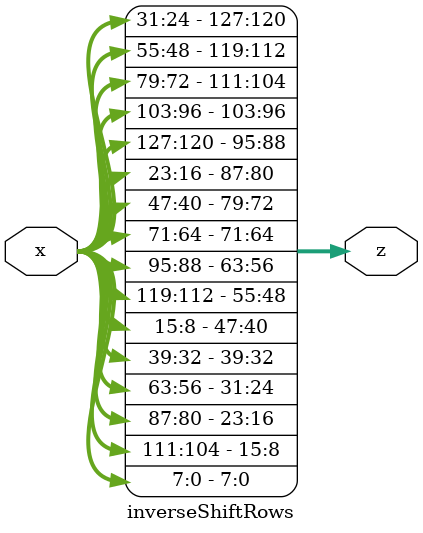
<source format=v>
module inverseShiftRows (
x,
z);

	input [127:0] x;
	output [127:0] z;
	
   // First row (r = 0) is not z
	assign z[0+:8] = x[0+:8];
	assign z[32+:8] = x[32+:8];
	assign z[64+:8] = x[64+:8];
   assign z[96+:8] = x[96+:8];
	
	// Second row (r = 1) is cyclically right z by 1 offset
   assign z[8+:8] = x[104+:8];
   assign z[40+:8] = x[8+:8];
   assign z[72+:8] = x[40+:8];
   assign z[104+:8] = x[72+:8];
	
	// Third row (r = 2) is cyclically right z by 2 offsets
   assign z[16+:8] = x[80+:8];
   assign z[48+:8] = x[112+:8];
   assign z[80+:8] = x[16+:8];
   assign z[112+:8] = x[48+:8];
	
	// Fourth row (r = 3) is cyclically right z by 3 offsets
   assign z[24+:8] = x[56+:8];
   assign z[56+:8] = x[88+:8];
   assign z[88+:8] = x[120+:8];
   assign z[120+:8] = x[24+:8];

endmodule

</source>
